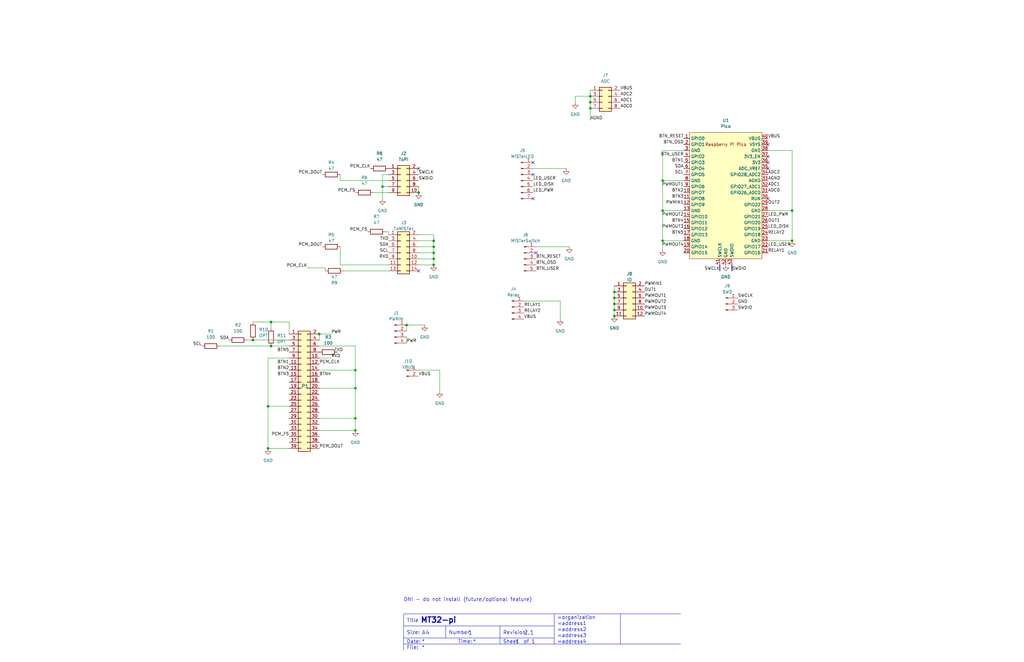
<source format=kicad_sch>
(kicad_sch (version 20230121) (generator eeschema)
  (paper "B")
  (title_block (title "MT32Pi_Main-SchDoc") (date "22 01 2023"))
  (lib_symbols
    (symbol "Connector:Conn_01x02_Pin" (pin_names (offset 1.016) hide)
      (property "Reference" "J" (at 0 2.54 0))
      (property "Value" "Conn_01x02_Pin" (at 0 -5.08 0))
      (symbol "Conn_01x02_Pin_1_1"
        (polyline (pts (xy 1.27 -2.54) (xy 0.8636 -2.54)) (stroke (width 0.1524)))
        (polyline (pts (xy 1.27 0) (xy 0.8636 0)) (stroke (width 0.1524)))
        (rectangle (start 0.8636 -2.413) (end 0 -2.667) (stroke (width 0.1524)) (fill (type outline)))
        (rectangle (start 0.8636 0.127) (end 0 -0.127) (stroke (width 0.1524)) (fill (type outline)))
        (pin passive line (at 5.08 0 180) (length 3.81) (name "Pin_1") (number "1"))
        (pin passive line (at 5.08 -2.54 180) (length 3.81) (name "Pin_2") (number "2"))
      )
    )
    (symbol "Connector:Conn_01x03_Male" (pin_names (offset 1.016) hide)
      (property "Reference" "J" (at 0 5.08 0))
      (property "Value" "Conn_01x03_Male" (at 0 -5.08 0))
      (symbol "Conn_01x03_Male_1_1"
        (polyline (pts (xy 1.27 -2.54) (xy 0.8636 -2.54)) (stroke (width 0.1524)))
        (polyline (pts (xy 1.27 0) (xy 0.8636 0)) (stroke (width 0.1524)))
        (polyline (pts (xy 1.27 2.54) (xy 0.8636 2.54)) (stroke (width 0.1524)))
        (rectangle (start 0.8636 -2.413) (end 0 -2.667) (stroke (width 0.1524)) (fill (type outline)))
        (rectangle (start 0.8636 0.127) (end 0 -0.127) (stroke (width 0.1524)) (fill (type outline)))
        (rectangle (start 0.8636 2.667) (end 0 2.413) (stroke (width 0.1524)) (fill (type outline)))
        (pin passive line (at 5.08 2.54 180) (length 3.81) (name "Pin_1") (number "1"))
        (pin passive line (at 5.08 0 180) (length 3.81) (name "Pin_2") (number "2"))
        (pin passive line (at 5.08 -2.54 180) (length 3.81) (name "Pin_3") (number "3"))
      )
    )
    (symbol "Connector:Conn_01x04_Male" (pin_names (offset 1.016) hide)
      (property "Reference" "J" (at 0 5.08 0))
      (property "Value" "Conn_01x04_Male" (at 0 -7.62 0))
      (symbol "Conn_01x04_Male_1_1"
        (polyline (pts (xy 1.27 -5.08) (xy 0.8636 -5.08)) (stroke (width 0.1524)))
        (polyline (pts (xy 1.27 -2.54) (xy 0.8636 -2.54)) (stroke (width 0.1524)))
        (polyline (pts (xy 1.27 0) (xy 0.8636 0)) (stroke (width 0.1524)))
        (polyline (pts (xy 1.27 2.54) (xy 0.8636 2.54)) (stroke (width 0.1524)))
        (rectangle (start 0.8636 -4.953) (end 0 -5.207) (stroke (width 0.1524)) (fill (type outline)))
        (rectangle (start 0.8636 -2.413) (end 0 -2.667) (stroke (width 0.1524)) (fill (type outline)))
        (rectangle (start 0.8636 0.127) (end 0 -0.127) (stroke (width 0.1524)) (fill (type outline)))
        (rectangle (start 0.8636 2.667) (end 0 2.413) (stroke (width 0.1524)) (fill (type outline)))
        (pin passive line (at 5.08 2.54 180) (length 3.81) (name "Pin_1") (number "1"))
        (pin passive line (at 5.08 0 180) (length 3.81) (name "Pin_2") (number "2"))
        (pin passive line (at 5.08 -2.54 180) (length 3.81) (name "Pin_3") (number "3"))
        (pin passive line (at 5.08 -5.08 180) (length 3.81) (name "Pin_4") (number "4"))
      )
    )
    (symbol "Connector:Conn_01x05_Male" (pin_names (offset 1.016) hide)
      (property "Reference" "J" (at 0 7.62 0))
      (property "Value" "Conn_01x05_Male" (at 0 -7.62 0))
      (symbol "Conn_01x05_Male_1_1"
        (polyline (pts (xy 1.27 -5.08) (xy 0.8636 -5.08)) (stroke (width 0.1524)))
        (polyline (pts (xy 1.27 -2.54) (xy 0.8636 -2.54)) (stroke (width 0.1524)))
        (polyline (pts (xy 1.27 0) (xy 0.8636 0)) (stroke (width 0.1524)))
        (polyline (pts (xy 1.27 2.54) (xy 0.8636 2.54)) (stroke (width 0.1524)))
        (polyline (pts (xy 1.27 5.08) (xy 0.8636 5.08)) (stroke (width 0.1524)))
        (rectangle (start 0.8636 -4.953) (end 0 -5.207) (stroke (width 0.1524)) (fill (type outline)))
        (rectangle (start 0.8636 -2.413) (end 0 -2.667) (stroke (width 0.1524)) (fill (type outline)))
        (rectangle (start 0.8636 0.127) (end 0 -0.127) (stroke (width 0.1524)) (fill (type outline)))
        (rectangle (start 0.8636 2.667) (end 0 2.413) (stroke (width 0.1524)) (fill (type outline)))
        (rectangle (start 0.8636 5.207) (end 0 4.953) (stroke (width 0.1524)) (fill (type outline)))
        (pin passive line (at 5.08 5.08 180) (length 3.81) (name "Pin_1") (number "1"))
        (pin passive line (at 5.08 2.54 180) (length 3.81) (name "Pin_2") (number "2"))
        (pin passive line (at 5.08 0 180) (length 3.81) (name "Pin_3") (number "3"))
        (pin passive line (at 5.08 -2.54 180) (length 3.81) (name "Pin_4") (number "4"))
        (pin passive line (at 5.08 -5.08 180) (length 3.81) (name "Pin_5") (number "5"))
      )
    )
    (symbol "Connector:Conn_01x07_Male" (pin_names (offset 1.016) hide)
      (property "Reference" "J" (at 0 10.16 0))
      (property "Value" "Conn_01x07_Male" (at 0 -10.16 0))
      (symbol "Conn_01x07_Male_1_1"
        (polyline (pts (xy 1.27 -7.62) (xy 0.8636 -7.62)) (stroke (width 0.1524)))
        (polyline (pts (xy 1.27 -5.08) (xy 0.8636 -5.08)) (stroke (width 0.1524)))
        (polyline (pts (xy 1.27 -2.54) (xy 0.8636 -2.54)) (stroke (width 0.1524)))
        (polyline (pts (xy 1.27 0) (xy 0.8636 0)) (stroke (width 0.1524)))
        (polyline (pts (xy 1.27 2.54) (xy 0.8636 2.54)) (stroke (width 0.1524)))
        (polyline (pts (xy 1.27 5.08) (xy 0.8636 5.08)) (stroke (width 0.1524)))
        (polyline (pts (xy 1.27 7.62) (xy 0.8636 7.62)) (stroke (width 0.1524)))
        (rectangle (start 0.8636 -7.493) (end 0 -7.747) (stroke (width 0.1524)) (fill (type outline)))
        (rectangle (start 0.8636 -4.953) (end 0 -5.207) (stroke (width 0.1524)) (fill (type outline)))
        (rectangle (start 0.8636 -2.413) (end 0 -2.667) (stroke (width 0.1524)) (fill (type outline)))
        (rectangle (start 0.8636 0.127) (end 0 -0.127) (stroke (width 0.1524)) (fill (type outline)))
        (rectangle (start 0.8636 2.667) (end 0 2.413) (stroke (width 0.1524)) (fill (type outline)))
        (rectangle (start 0.8636 5.207) (end 0 4.953) (stroke (width 0.1524)) (fill (type outline)))
        (rectangle (start 0.8636 7.747) (end 0 7.493) (stroke (width 0.1524)) (fill (type outline)))
        (pin passive line (at 5.08 7.62 180) (length 3.81) (name "Pin_1") (number "1"))
        (pin passive line (at 5.08 5.08 180) (length 3.81) (name "Pin_2") (number "2"))
        (pin passive line (at 5.08 2.54 180) (length 3.81) (name "Pin_3") (number "3"))
        (pin passive line (at 5.08 0 180) (length 3.81) (name "Pin_4") (number "4"))
        (pin passive line (at 5.08 -2.54 180) (length 3.81) (name "Pin_5") (number "5"))
        (pin passive line (at 5.08 -5.08 180) (length 3.81) (name "Pin_6") (number "6"))
        (pin passive line (at 5.08 -7.62 180) (length 3.81) (name "Pin_7") (number "7"))
      )
    )
    (symbol "Connector_Generic:Conn_02x04_Odd_Even" (pin_names (offset 1.016) hide)
      (property "Reference" "J" (at 1.27 5.08 0))
      (property "Value" "Conn_02x04_Odd_Even" (at 1.27 -7.62 0))
      (symbol "Conn_02x04_Odd_Even_1_1"
        (rectangle (start -1.27 -4.953) (end 0 -5.207) (stroke (width 0.1524)))
        (rectangle (start -1.27 -2.413) (end 0 -2.667) (stroke (width 0.1524)))
        (rectangle (start -1.27 0.127) (end 0 -0.127) (stroke (width 0.1524)))
        (rectangle (start -1.27 2.667) (end 0 2.413) (stroke (width 0.1524)))
        (rectangle (start -1.27 3.81) (end 3.81 -6.35) (stroke (width 0.254)) (fill (type background)))
        (rectangle (start 3.81 -4.953) (end 2.54 -5.207) (stroke (width 0.1524)))
        (rectangle (start 3.81 -2.413) (end 2.54 -2.667) (stroke (width 0.1524)))
        (rectangle (start 3.81 0.127) (end 2.54 -0.127) (stroke (width 0.1524)))
        (rectangle (start 3.81 2.667) (end 2.54 2.413) (stroke (width 0.1524)))
        (pin passive line (at -5.08 2.54 0) (length 3.81) (name "Pin_1") (number "1"))
        (pin passive line (at 7.62 2.54 180) (length 3.81) (name "Pin_2") (number "2"))
        (pin passive line (at -5.08 0 0) (length 3.81) (name "Pin_3") (number "3"))
        (pin passive line (at 7.62 0 180) (length 3.81) (name "Pin_4") (number "4"))
        (pin passive line (at -5.08 -2.54 0) (length 3.81) (name "Pin_5") (number "5"))
        (pin passive line (at 7.62 -2.54 180) (length 3.81) (name "Pin_6") (number "6"))
        (pin passive line (at -5.08 -5.08 0) (length 3.81) (name "Pin_7") (number "7"))
        (pin passive line (at 7.62 -5.08 180) (length 3.81) (name "Pin_8") (number "8"))
      )
    )
    (symbol "Connector_Generic:Conn_02x05_Odd_Even" (pin_names (offset 1.016) hide)
      (property "Reference" "J" (at 1.27 7.62 0))
      (property "Value" "Conn_02x05_Odd_Even" (at 1.27 -7.62 0))
      (symbol "Conn_02x05_Odd_Even_1_1"
        (rectangle (start -1.27 -4.953) (end 0 -5.207) (stroke (width 0.1524)))
        (rectangle (start -1.27 -2.413) (end 0 -2.667) (stroke (width 0.1524)))
        (rectangle (start -1.27 0.127) (end 0 -0.127) (stroke (width 0.1524)))
        (rectangle (start -1.27 2.667) (end 0 2.413) (stroke (width 0.1524)))
        (rectangle (start -1.27 5.207) (end 0 4.953) (stroke (width 0.1524)))
        (rectangle (start -1.27 6.35) (end 3.81 -6.35) (stroke (width 0.254)) (fill (type background)))
        (rectangle (start 3.81 -4.953) (end 2.54 -5.207) (stroke (width 0.1524)))
        (rectangle (start 3.81 -2.413) (end 2.54 -2.667) (stroke (width 0.1524)))
        (rectangle (start 3.81 0.127) (end 2.54 -0.127) (stroke (width 0.1524)))
        (rectangle (start 3.81 2.667) (end 2.54 2.413) (stroke (width 0.1524)))
        (rectangle (start 3.81 5.207) (end 2.54 4.953) (stroke (width 0.1524)))
        (pin passive line (at -5.08 5.08 0) (length 3.81) (name "Pin_1") (number "1"))
        (pin passive line (at 7.62 -5.08 180) (length 3.81) (name "Pin_10") (number "10"))
        (pin passive line (at 7.62 5.08 180) (length 3.81) (name "Pin_2") (number "2"))
        (pin passive line (at -5.08 2.54 0) (length 3.81) (name "Pin_3") (number "3"))
        (pin passive line (at 7.62 2.54 180) (length 3.81) (name "Pin_4") (number "4"))
        (pin passive line (at -5.08 0 0) (length 3.81) (name "Pin_5") (number "5"))
        (pin passive line (at 7.62 0 180) (length 3.81) (name "Pin_6") (number "6"))
        (pin passive line (at -5.08 -2.54 0) (length 3.81) (name "Pin_7") (number "7"))
        (pin passive line (at 7.62 -2.54 180) (length 3.81) (name "Pin_8") (number "8"))
        (pin passive line (at -5.08 -5.08 0) (length 3.81) (name "Pin_9") (number "9"))
      )
    )
    (symbol "Connector_Generic:Conn_02x06_Odd_Even" (pin_names (offset 1.016) hide)
      (property "Reference" "J" (at 1.27 7.62 0))
      (property "Value" "Conn_02x06_Odd_Even" (at 1.27 -10.16 0))
      (symbol "Conn_02x06_Odd_Even_1_1"
        (rectangle (start -1.27 -7.493) (end 0 -7.747) (stroke (width 0.1524)))
        (rectangle (start -1.27 -4.953) (end 0 -5.207) (stroke (width 0.1524)))
        (rectangle (start -1.27 -2.413) (end 0 -2.667) (stroke (width 0.1524)))
        (rectangle (start -1.27 0.127) (end 0 -0.127) (stroke (width 0.1524)))
        (rectangle (start -1.27 2.667) (end 0 2.413) (stroke (width 0.1524)))
        (rectangle (start -1.27 5.207) (end 0 4.953) (stroke (width 0.1524)))
        (rectangle (start -1.27 6.35) (end 3.81 -8.89) (stroke (width 0.254)) (fill (type background)))
        (rectangle (start 3.81 -7.493) (end 2.54 -7.747) (stroke (width 0.1524)))
        (rectangle (start 3.81 -4.953) (end 2.54 -5.207) (stroke (width 0.1524)))
        (rectangle (start 3.81 -2.413) (end 2.54 -2.667) (stroke (width 0.1524)))
        (rectangle (start 3.81 0.127) (end 2.54 -0.127) (stroke (width 0.1524)))
        (rectangle (start 3.81 2.667) (end 2.54 2.413) (stroke (width 0.1524)))
        (rectangle (start 3.81 5.207) (end 2.54 4.953) (stroke (width 0.1524)))
        (pin passive line (at -5.08 5.08 0) (length 3.81) (name "Pin_1") (number "1"))
        (pin passive line (at 7.62 -5.08 180) (length 3.81) (name "Pin_10") (number "10"))
        (pin passive line (at -5.08 -7.62 0) (length 3.81) (name "Pin_11") (number "11"))
        (pin passive line (at 7.62 -7.62 180) (length 3.81) (name "Pin_12") (number "12"))
        (pin passive line (at 7.62 5.08 180) (length 3.81) (name "Pin_2") (number "2"))
        (pin passive line (at -5.08 2.54 0) (length 3.81) (name "Pin_3") (number "3"))
        (pin passive line (at 7.62 2.54 180) (length 3.81) (name "Pin_4") (number "4"))
        (pin passive line (at -5.08 0 0) (length 3.81) (name "Pin_5") (number "5"))
        (pin passive line (at 7.62 0 180) (length 3.81) (name "Pin_6") (number "6"))
        (pin passive line (at -5.08 -2.54 0) (length 3.81) (name "Pin_7") (number "7"))
        (pin passive line (at 7.62 -2.54 180) (length 3.81) (name "Pin_8") (number "8"))
        (pin passive line (at -5.08 -5.08 0) (length 3.81) (name "Pin_9") (number "9"))
      )
    )
    (symbol "Connector_Generic:Conn_02x07_Odd_Even" (pin_names (offset 1.016) hide)
      (property "Reference" "J" (at 1.27 10.16 0))
      (property "Value" "Conn_02x07_Odd_Even" (at 1.27 -10.16 0))
      (symbol "Conn_02x07_Odd_Even_1_1"
        (rectangle (start -1.27 -7.493) (end 0 -7.747) (stroke (width 0.1524)))
        (rectangle (start -1.27 -4.953) (end 0 -5.207) (stroke (width 0.1524)))
        (rectangle (start -1.27 -2.413) (end 0 -2.667) (stroke (width 0.1524)))
        (rectangle (start -1.27 0.127) (end 0 -0.127) (stroke (width 0.1524)))
        (rectangle (start -1.27 2.667) (end 0 2.413) (stroke (width 0.1524)))
        (rectangle (start -1.27 5.207) (end 0 4.953) (stroke (width 0.1524)))
        (rectangle (start -1.27 7.747) (end 0 7.493) (stroke (width 0.1524)))
        (rectangle (start -1.27 8.89) (end 3.81 -8.89) (stroke (width 0.254)) (fill (type background)))
        (rectangle (start 3.81 -7.493) (end 2.54 -7.747) (stroke (width 0.1524)))
        (rectangle (start 3.81 -4.953) (end 2.54 -5.207) (stroke (width 0.1524)))
        (rectangle (start 3.81 -2.413) (end 2.54 -2.667) (stroke (width 0.1524)))
        (rectangle (start 3.81 0.127) (end 2.54 -0.127) (stroke (width 0.1524)))
        (rectangle (start 3.81 2.667) (end 2.54 2.413) (stroke (width 0.1524)))
        (rectangle (start 3.81 5.207) (end 2.54 4.953) (stroke (width 0.1524)))
        (rectangle (start 3.81 7.747) (end 2.54 7.493) (stroke (width 0.1524)))
        (pin passive line (at -5.08 7.62 0) (length 3.81) (name "Pin_1") (number "1"))
        (pin passive line (at 7.62 -2.54 180) (length 3.81) (name "Pin_10") (number "10"))
        (pin passive line (at -5.08 -5.08 0) (length 3.81) (name "Pin_11") (number "11"))
        (pin passive line (at 7.62 -5.08 180) (length 3.81) (name "Pin_12") (number "12"))
        (pin passive line (at -5.08 -7.62 0) (length 3.81) (name "Pin_13") (number "13"))
        (pin passive line (at 7.62 -7.62 180) (length 3.81) (name "Pin_14") (number "14"))
        (pin passive line (at 7.62 7.62 180) (length 3.81) (name "Pin_2") (number "2"))
        (pin passive line (at -5.08 5.08 0) (length 3.81) (name "Pin_3") (number "3"))
        (pin passive line (at 7.62 5.08 180) (length 3.81) (name "Pin_4") (number "4"))
        (pin passive line (at -5.08 2.54 0) (length 3.81) (name "Pin_5") (number "5"))
        (pin passive line (at 7.62 2.54 180) (length 3.81) (name "Pin_6") (number "6"))
        (pin passive line (at -5.08 0 0) (length 3.81) (name "Pin_7") (number "7"))
        (pin passive line (at 7.62 0 180) (length 3.81) (name "Pin_8") (number "8"))
        (pin passive line (at -5.08 -2.54 0) (length 3.81) (name "Pin_9") (number "9"))
      )
    )
    (symbol "Connector_Generic:Conn_02x20_Odd_Even" (pin_names (offset 1.016) hide)
      (property "Reference" "J" (at 1.27 25.4 0))
      (property "Value" "Conn_02x20_Odd_Even" (at 1.27 -27.94 0))
      (symbol "Conn_02x20_Odd_Even_1_1"
        (rectangle (start -1.27 -25.273) (end 0 -25.527) (stroke (width 0.1524)))
        (rectangle (start -1.27 -22.733) (end 0 -22.987) (stroke (width 0.1524)))
        (rectangle (start -1.27 -20.193) (end 0 -20.447) (stroke (width 0.1524)))
        (rectangle (start -1.27 -17.653) (end 0 -17.907) (stroke (width 0.1524)))
        (rectangle (start -1.27 -15.113) (end 0 -15.367) (stroke (width 0.1524)))
        (rectangle (start -1.27 -12.573) (end 0 -12.827) (stroke (width 0.1524)))
        (rectangle (start -1.27 -10.033) (end 0 -10.287) (stroke (width 0.1524)))
        (rectangle (start -1.27 -7.493) (end 0 -7.747) (stroke (width 0.1524)))
        (rectangle (start -1.27 -4.953) (end 0 -5.207) (stroke (width 0.1524)))
        (rectangle (start -1.27 -2.413) (end 0 -2.667) (stroke (width 0.1524)))
        (rectangle (start -1.27 0.127) (end 0 -0.127) (stroke (width 0.1524)))
        (rectangle (start -1.27 2.667) (end 0 2.413) (stroke (width 0.1524)))
        (rectangle (start -1.27 5.207) (end 0 4.953) (stroke (width 0.1524)))
        (rectangle (start -1.27 7.747) (end 0 7.493) (stroke (width 0.1524)))
        (rectangle (start -1.27 10.287) (end 0 10.033) (stroke (width 0.1524)))
        (rectangle (start -1.27 12.827) (end 0 12.573) (stroke (width 0.1524)))
        (rectangle (start -1.27 15.367) (end 0 15.113) (stroke (width 0.1524)))
        (rectangle (start -1.27 17.907) (end 0 17.653) (stroke (width 0.1524)))
        (rectangle (start -1.27 20.447) (end 0 20.193) (stroke (width 0.1524)))
        (rectangle (start -1.27 22.987) (end 0 22.733) (stroke (width 0.1524)))
        (rectangle (start -1.27 24.13) (end 3.81 -26.67) (stroke (width 0.254)) (fill (type background)))
        (rectangle (start 3.81 -25.273) (end 2.54 -25.527) (stroke (width 0.1524)))
        (rectangle (start 3.81 -22.733) (end 2.54 -22.987) (stroke (width 0.1524)))
        (rectangle (start 3.81 -20.193) (end 2.54 -20.447) (stroke (width 0.1524)))
        (rectangle (start 3.81 -17.653) (end 2.54 -17.907) (stroke (width 0.1524)))
        (rectangle (start 3.81 -15.113) (end 2.54 -15.367) (stroke (width 0.1524)))
        (rectangle (start 3.81 -12.573) (end 2.54 -12.827) (stroke (width 0.1524)))
        (rectangle (start 3.81 -10.033) (end 2.54 -10.287) (stroke (width 0.1524)))
        (rectangle (start 3.81 -7.493) (end 2.54 -7.747) (stroke (width 0.1524)))
        (rectangle (start 3.81 -4.953) (end 2.54 -5.207) (stroke (width 0.1524)))
        (rectangle (start 3.81 -2.413) (end 2.54 -2.667) (stroke (width 0.1524)))
        (rectangle (start 3.81 0.127) (end 2.54 -0.127) (stroke (width 0.1524)))
        (rectangle (start 3.81 2.667) (end 2.54 2.413) (stroke (width 0.1524)))
        (rectangle (start 3.81 5.207) (end 2.54 4.953) (stroke (width 0.1524)))
        (rectangle (start 3.81 7.747) (end 2.54 7.493) (stroke (width 0.1524)))
        (rectangle (start 3.81 10.287) (end 2.54 10.033) (stroke (width 0.1524)))
        (rectangle (start 3.81 12.827) (end 2.54 12.573) (stroke (width 0.1524)))
        (rectangle (start 3.81 15.367) (end 2.54 15.113) (stroke (width 0.1524)))
        (rectangle (start 3.81 17.907) (end 2.54 17.653) (stroke (width 0.1524)))
        (rectangle (start 3.81 20.447) (end 2.54 20.193) (stroke (width 0.1524)))
        (rectangle (start 3.81 22.987) (end 2.54 22.733) (stroke (width 0.1524)))
        (pin passive line (at -5.08 22.86 0) (length 3.81) (name "Pin_1") (number "1"))
        (pin passive line (at 7.62 12.7 180) (length 3.81) (name "Pin_10") (number "10"))
        (pin passive line (at -5.08 10.16 0) (length 3.81) (name "Pin_11") (number "11"))
        (pin passive line (at 7.62 10.16 180) (length 3.81) (name "Pin_12") (number "12"))
        (pin passive line (at -5.08 7.62 0) (length 3.81) (name "Pin_13") (number "13"))
        (pin passive line (at 7.62 7.62 180) (length 3.81) (name "Pin_14") (number "14"))
        (pin passive line (at -5.08 5.08 0) (length 3.81) (name "Pin_15") (number "15"))
        (pin passive line (at 7.62 5.08 180) (length 3.81) (name "Pin_16") (number "16"))
        (pin passive line (at -5.08 2.54 0) (length 3.81) (name "Pin_17") (number "17"))
        (pin passive line (at 7.62 2.54 180) (length 3.81) (name "Pin_18") (number "18"))
        (pin passive line (at -5.08 0 0) (length 3.81) (name "Pin_19") (number "19"))
        (pin passive line (at 7.62 22.86 180) (length 3.81) (name "Pin_2") (number "2"))
        (pin passive line (at 7.62 0 180) (length 3.81) (name "Pin_20") (number "20"))
        (pin passive line (at -5.08 -2.54 0) (length 3.81) (name "Pin_21") (number "21"))
        (pin passive line (at 7.62 -2.54 180) (length 3.81) (name "Pin_22") (number "22"))
        (pin passive line (at -5.08 -5.08 0) (length 3.81) (name "Pin_23") (number "23"))
        (pin passive line (at 7.62 -5.08 180) (length 3.81) (name "Pin_24") (number "24"))
        (pin passive line (at -5.08 -7.62 0) (length 3.81) (name "Pin_25") (number "25"))
        (pin passive line (at 7.62 -7.62 180) (length 3.81) (name "Pin_26") (number "26"))
        (pin passive line (at -5.08 -10.16 0) (length 3.81) (name "Pin_27") (number "27"))
        (pin passive line (at 7.62 -10.16 180) (length 3.81) (name "Pin_28") (number "28"))
        (pin passive line (at -5.08 -12.7 0) (length 3.81) (name "Pin_29") (number "29"))
        (pin passive line (at -5.08 20.32 0) (length 3.81) (name "Pin_3") (number "3"))
        (pin passive line (at 7.62 -12.7 180) (length 3.81) (name "Pin_30") (number "30"))
        (pin passive line (at -5.08 -15.24 0) (length 3.81) (name "Pin_31") (number "31"))
        (pin passive line (at 7.62 -15.24 180) (length 3.81) (name "Pin_32") (number "32"))
        (pin passive line (at -5.08 -17.78 0) (length 3.81) (name "Pin_33") (number "33"))
        (pin passive line (at 7.62 -17.78 180) (length 3.81) (name "Pin_34") (number "34"))
        (pin passive line (at -5.08 -20.32 0) (length 3.81) (name "Pin_35") (number "35"))
        (pin passive line (at 7.62 -20.32 180) (length 3.81) (name "Pin_36") (number "36"))
        (pin passive line (at -5.08 -22.86 0) (length 3.81) (name "Pin_37") (number "37"))
        (pin passive line (at 7.62 -22.86 180) (length 3.81) (name "Pin_38") (number "38"))
        (pin passive line (at -5.08 -25.4 0) (length 3.81) (name "Pin_39") (number "39"))
        (pin passive line (at 7.62 20.32 180) (length 3.81) (name "Pin_4") (number "4"))
        (pin passive line (at 7.62 -25.4 180) (length 3.81) (name "Pin_40") (number "40"))
        (pin passive line (at -5.08 17.78 0) (length 3.81) (name "Pin_5") (number "5"))
        (pin passive line (at 7.62 17.78 180) (length 3.81) (name "Pin_6") (number "6"))
        (pin passive line (at -5.08 15.24 0) (length 3.81) (name "Pin_7") (number "7"))
        (pin passive line (at 7.62 15.24 180) (length 3.81) (name "Pin_8") (number "8"))
        (pin passive line (at -5.08 12.7 0) (length 3.81) (name "Pin_9") (number "9"))
      )
    )
    (symbol "Device:R" (pin_numbers hide) (pin_names (offset 0))
      (property "Reference" "R" (at 2.032 0 90))
      (property "Value" "R" (at 0 0 90))
      (symbol "R_0_1"
        (rectangle (start -1.016 -2.54) (end 1.016 2.54) (stroke (width 0.254)))
      )
      (symbol "R_1_1"
        (pin passive line (at 0 3.81 270) (length 1.27) (name "~") (number "1"))
        (pin passive line (at 0 -3.81 90) (length 1.27) (name "~") (number "2"))
      )
    )
    (symbol "MCU_RaspberryPi_and_Boards:Pico"
      (property "Reference" "U" (at -13.97 27.94 0))
      (property "Value" "Pico" (at 0 19.05 0))
      (symbol "Pico_0_0"
        (text "Raspberry Pi Pico" (at 0 21.59 0) (effects (font (size 1.27 1.27))))
      )
      (symbol "Pico_0_1"
        (rectangle (start -15.24 26.67) (end 15.24 -26.67) (fill (type background)))
      )
      (symbol "Pico_1_1"
        (pin bidirectional line (at -17.78 24.13 0) (length 2.54) (name "GPIO0") (number "1"))
        (pin bidirectional line (at -17.78 1.27 0) (length 2.54) (name "GPIO7") (number "10"))
        (pin bidirectional line (at -17.78 -1.27 0) (length 2.54) (name "GPIO8") (number "11"))
        (pin bidirectional line (at -17.78 -3.81 0) (length 2.54) (name "GPIO9") (number "12"))
        (pin power_in line (at -17.78 -6.35 0) (length 2.54) (name "GND") (number "13"))
        (pin bidirectional line (at -17.78 -8.89 0) (length 2.54) (name "GPIO10") (number "14"))
        (pin bidirectional line (at -17.78 -11.43 0) (length 2.54) (name "GPIO11") (number "15"))
        (pin bidirectional line (at -17.78 -13.97 0) (length 2.54) (name "GPIO12") (number "16"))
        (pin bidirectional line (at -17.78 -16.51 0) (length 2.54) (name "GPIO13") (number "17"))
        (pin power_in line (at -17.78 -19.05 0) (length 2.54) (name "GND") (number "18"))
        (pin bidirectional line (at -17.78 -21.59 0) (length 2.54) (name "GPIO14") (number "19"))
        (pin bidirectional line (at -17.78 21.59 0) (length 2.54) (name "GPIO1") (number "2"))
        (pin bidirectional line (at -17.78 -24.13 0) (length 2.54) (name "GPIO15") (number "20"))
        (pin bidirectional line (at 17.78 -24.13 180) (length 2.54) (name "GPIO16") (number "21"))
        (pin bidirectional line (at 17.78 -21.59 180) (length 2.54) (name "GPIO17") (number "22"))
        (pin power_in line (at 17.78 -19.05 180) (length 2.54) (name "GND") (number "23"))
        (pin bidirectional line (at 17.78 -16.51 180) (length 2.54) (name "GPIO18") (number "24"))
        (pin bidirectional line (at 17.78 -13.97 180) (length 2.54) (name "GPIO19") (number "25"))
        (pin bidirectional line (at 17.78 -11.43 180) (length 2.54) (name "GPIO20") (number "26"))
        (pin bidirectional line (at 17.78 -8.89 180) (length 2.54) (name "GPIO21") (number "27"))
        (pin power_in line (at 17.78 -6.35 180) (length 2.54) (name "GND") (number "28"))
        (pin bidirectional line (at 17.78 -3.81 180) (length 2.54) (name "GPIO22") (number "29"))
        (pin power_in line (at -17.78 19.05 0) (length 2.54) (name "GND") (number "3"))
        (pin input line (at 17.78 -1.27 180) (length 2.54) (name "RUN") (number "30"))
        (pin bidirectional line (at 17.78 1.27 180) (length 2.54) (name "GPIO26_ADC0") (number "31"))
        (pin bidirectional line (at 17.78 3.81 180) (length 2.54) (name "GPIO27_ADC1") (number "32"))
        (pin power_in line (at 17.78 6.35 180) (length 2.54) (name "AGND") (number "33"))
        (pin bidirectional line (at 17.78 8.89 180) (length 2.54) (name "GPIO28_ADC2") (number "34"))
        (pin power_in line (at 17.78 11.43 180) (length 2.54) (name "ADC_VREF") (number "35"))
        (pin power_in line (at 17.78 13.97 180) (length 2.54) (name "3V3") (number "36"))
        (pin input line (at 17.78 16.51 180) (length 2.54) (name "3V3_EN") (number "37"))
        (pin bidirectional line (at 17.78 19.05 180) (length 2.54) (name "GND") (number "38"))
        (pin power_in line (at 17.78 21.59 180) (length 2.54) (name "VSYS") (number "39"))
        (pin bidirectional line (at -17.78 16.51 0) (length 2.54) (name "GPIO2") (number "4"))
        (pin power_in line (at 17.78 24.13 180) (length 2.54) (name "VBUS") (number "40"))
        (pin input line (at -2.54 -29.21 90) (length 2.54) (name "SWCLK") (number "41"))
        (pin power_in line (at 0 -29.21 90) (length 2.54) (name "GND") (number "42"))
        (pin bidirectional line (at 2.54 -29.21 90) (length 2.54) (name "SWDIO") (number "43"))
        (pin bidirectional line (at -17.78 13.97 0) (length 2.54) (name "GPIO3") (number "5"))
        (pin bidirectional line (at -17.78 11.43 0) (length 2.54) (name "GPIO4") (number "6"))
        (pin bidirectional line (at -17.78 8.89 0) (length 2.54) (name "GPIO5") (number "7"))
        (pin power_in line (at -17.78 6.35 0) (length 2.54) (name "GND") (number "8"))
        (pin bidirectional line (at -17.78 3.81 0) (length 2.54) (name "GPIO6") (number "9"))
      )
    )
    (symbol "power:GND" (power) (pin_names (offset 0))
      (property "Value" "GND" (at 0 -3.81 0))
      (symbol "GND_0_1"
        (polyline (pts (xy 0 0) (xy 0 -1.27) (xy 1.27 -1.27) (xy 0 -2.54) (xy -1.27 -1.27) (xy 0 -1.27)))
      )
      (symbol "GND_1_1"
        (pin power_in line (at 0 0 270) (length 0) hide (name "GND") (number "1"))
      )
    )
  )
  (junction (at 248.92 45.72))
  (junction (at 106.68 143.51))
  (junction (at 259.08 133.35))
  (junction (at 334.01 101.6))
  (junction (at 149.86 156.21))
  (junction (at 248.92 40.64))
  (junction (at 248.92 43.18))
  (junction (at 149.86 181.61))
  (junction (at 113.03 171.45))
  (junction (at 171.45 137.16))
  (junction (at 134.62 140.97))
  (junction (at 259.08 130.81))
  (junction (at 149.86 176.53))
  (junction (at 259.08 123.19))
  (junction (at 259.08 128.27))
  (junction (at 161.29 78.74))
  (junction (at 176.53 81.28))
  (junction (at 114.3 135.89))
  (junction (at 334.01 88.9))
  (junction (at 279.4 88.9))
  (junction (at 182.88 104.14))
  (junction (at 259.08 125.73))
  (junction (at 182.88 106.68))
  (junction (at 279.4 76.2))
  (junction (at 149.86 163.83))
  (junction (at 279.4 101.6))
  (junction (at 182.88 101.6))
  (junction (at 182.88 111.76))
  (junction (at 113.03 189.23))
  (junction (at 114.3 146.05))
  (junction (at 182.88 109.22))
  (no_connect (at 323.85 60.96))
  (no_connect (at 176.53 71.12))
  (no_connect (at 323.85 83.82))
  (no_connect (at 323.85 71.12))
  (no_connect (at 224.79 73.66))
  (no_connect (at 323.85 68.58))
  (no_connect (at 224.79 68.58))
  (no_connect (at 226.06 106.68))
  (no_connect (at 176.53 114.3))
  (no_connect (at 224.79 83.82))
  (no_connect (at 323.85 66.04))
  (wire (pts (xy 279.4 88.9) (xy 288.29 88.9)))
  (wire (pts (xy 259.08 128.27) (xy 259.08 130.81)))
  (wire (pts (xy 143.51 111.76) (xy 163.83 111.76)))
  (wire (pts (xy 182.88 109.22) (xy 182.88 106.68)))
  (wire (pts (xy 149.86 176.53) (xy 149.86 181.61)))
  (wire (pts (xy 224.79 71.12) (xy 238.76 71.12)))
  (wire (pts (xy 113.03 171.45) (xy 113.03 189.23)))
  (wire (pts (xy 143.51 104.14) (xy 143.51 111.76)))
  (wire (pts (xy 182.88 104.14) (xy 182.88 101.6)))
  (polyline (pts (xy 233.68 271.78) (xy 233.68 259.08)))
  (wire (pts (xy 248.92 43.18) (xy 248.92 45.72)))
  (wire (pts (xy 259.08 120.65) (xy 259.08 123.19)))
  (wire (pts (xy 142.24 148.59) (xy 140.97 148.59)))
  (wire (pts (xy 113.03 171.45) (xy 121.92 171.45)))
  (wire (pts (xy 279.4 105.41) (xy 279.4 101.6)))
  (wire (pts (xy 182.88 99.06) (xy 176.53 99.06)))
  (polyline (pts (xy 187.96 269.24) (xy 187.96 264.16)))
  (polyline (pts (xy 233.68 269.24) (xy 170.18 269.24)))
  (bus (pts (xy 303.53 111.76) (xy 303.53 114.3)))
  (wire (pts (xy 161.29 78.74) (xy 161.29 83.82)))
  (wire (pts (xy 163.83 97.79) (xy 163.83 99.06)))
  (wire (pts (xy 242.57 40.64) (xy 242.57 43.18)))
  (wire (pts (xy 137.16 114.3) (xy 137.16 113.03)))
  (wire (pts (xy 334.01 88.9) (xy 334.01 101.6)))
  (wire (pts (xy 144.78 114.3) (xy 163.83 114.3)))
  (polyline (pts (xy 170.18 271.78) (xy 261.62 271.78)))
  (wire (pts (xy 248.92 38.1) (xy 248.92 40.64)))
  (wire (pts (xy 129.54 113.03) (xy 137.16 113.03)))
  (wire (pts (xy 182.88 106.68) (xy 182.88 104.14)))
  (wire (pts (xy 161.29 73.66) (xy 161.29 78.74)))
  (wire (pts (xy 134.62 146.05) (xy 149.86 146.05)))
  (wire (pts (xy 162.56 97.79) (xy 163.83 97.79)))
  (wire (pts (xy 163.83 73.66) (xy 161.29 73.66)))
  (wire (pts (xy 149.86 181.61) (xy 134.62 181.61)))
  (polyline (pts (xy 261.62 259.08) (xy 287.02 259.08)))
  (wire (pts (xy 149.86 163.83) (xy 134.62 163.83)))
  (wire (pts (xy 149.86 146.05) (xy 149.86 156.21)))
  (polyline (pts (xy 170.18 259.08) (xy 261.62 259.08)))
  (wire (pts (xy 114.3 135.89) (xy 114.3 138.43)))
  (wire (pts (xy 171.45 137.16) (xy 171.45 139.7)))
  (wire (pts (xy 182.88 111.76) (xy 176.53 111.76)))
  (wire (pts (xy 279.4 76.2) (xy 279.4 88.9)))
  (wire (pts (xy 171.45 142.24) (xy 171.45 144.78)))
  (wire (pts (xy 149.86 156.21) (xy 149.86 163.83)))
  (wire (pts (xy 279.4 88.9) (xy 279.4 101.6)))
  (wire (pts (xy 139.7 140.97) (xy 134.62 140.97)))
  (wire (pts (xy 176.53 78.74) (xy 176.53 81.28)))
  (wire (pts (xy 149.86 156.21) (xy 134.62 156.21)))
  (wire (pts (xy 121.92 140.97) (xy 121.92 135.89)))
  (polyline (pts (xy 261.62 271.78) (xy 261.62 259.08)))
  (wire (pts (xy 248.92 45.72) (xy 248.92 50.8)))
  (wire (pts (xy 121.92 189.23) (xy 113.03 189.23)))
  (wire (pts (xy 114.3 135.89) (xy 121.92 135.89)))
  (wire (pts (xy 143.51 73.66) (xy 143.51 76.2)))
  (wire (pts (xy 334.01 63.5) (xy 334.01 88.9)))
  (wire (pts (xy 259.08 123.19) (xy 259.08 125.73)))
  (wire (pts (xy 161.29 78.74) (xy 163.83 78.74)))
  (wire (pts (xy 114.3 146.05) (xy 121.92 146.05)))
  (wire (pts (xy 92.71 146.05) (xy 114.3 146.05)))
  (wire (pts (xy 149.86 163.83) (xy 149.86 176.53)))
  (wire (pts (xy 220.98 127) (xy 236.22 127)))
  (wire (pts (xy 259.08 130.81) (xy 259.08 133.35)))
  (wire (pts (xy 185.42 156.21) (xy 185.42 165.1)))
  (wire (pts (xy 279.4 76.2) (xy 288.29 76.2)))
  (polyline (pts (xy 170.18 274.32) (xy 170.18 259.08)))
  (wire (pts (xy 182.88 106.68) (xy 176.53 106.68)))
  (bus (pts (xy 308.61 111.76) (xy 308.61 114.3)))
  (wire (pts (xy 323.85 63.5) (xy 334.01 63.5)))
  (wire (pts (xy 143.51 76.2) (xy 163.83 76.2)))
  (wire (pts (xy 106.68 143.51) (xy 121.92 143.51)))
  (wire (pts (xy 176.53 156.21) (xy 185.42 156.21)))
  (wire (pts (xy 139.7 151.13) (xy 134.62 151.13)))
  (polyline (pts (xy 233.68 264.16) (xy 170.18 264.16)))
  (wire (pts (xy 106.68 135.89) (xy 114.3 135.89)))
  (wire (pts (xy 323.85 101.6) (xy 334.01 101.6)))
  (wire (pts (xy 157.48 81.28) (xy 163.83 81.28)))
  (wire (pts (xy 288.29 63.5) (xy 279.4 63.5)))
  (polyline (pts (xy 210.82 271.78) (xy 210.82 264.16)))
  (wire (pts (xy 134.62 140.97) (xy 134.62 143.51)))
  (wire (pts (xy 182.88 101.6) (xy 182.88 99.06)))
  (wire (pts (xy 182.88 109.22) (xy 176.53 109.22)))
  (wire (pts (xy 279.4 101.6) (xy 288.29 101.6)))
  (wire (pts (xy 121.92 151.13) (xy 113.03 151.13)))
  (wire (pts (xy 113.03 151.13) (xy 113.03 171.45)))
  (wire (pts (xy 104.14 143.51) (xy 106.68 143.51)))
  (wire (pts (xy 236.22 127) (xy 236.22 134.62)))
  (wire (pts (xy 182.88 101.6) (xy 176.53 101.6)))
  (wire (pts (xy 323.85 88.9) (xy 334.01 88.9)))
  (polyline (pts (xy 287.02 271.78) (xy 261.62 271.78)))
  (wire (pts (xy 182.88 104.14) (xy 176.53 104.14)))
  (wire (pts (xy 171.45 137.16) (xy 179.07 137.16)))
  (wire (pts (xy 248.92 40.64) (xy 248.92 43.18)))
  (wire (pts (xy 182.88 109.22) (xy 182.88 111.76)))
  (wire (pts (xy 242.57 40.64) (xy 248.92 40.64)))
  (wire (pts (xy 259.08 125.73) (xy 259.08 128.27)))
  (wire (pts (xy 226.06 104.14) (xy 240.03 104.14)))
  (wire (pts (xy 279.4 63.5) (xy 279.4 76.2)))
  (wire (pts (xy 149.86 176.53) (xy 134.62 176.53)))
  (text "Title" (at 171.45 262.89 0) (effects (font (size 1.524 1.524)) (justify left bottom)))
  (text "=address3" (at 234.95 269.24 0) (effects (font (size 1.524 1.524)) (justify left bottom)))
  (text "Date:" (at 171.45 271.78 0) (effects (font (size 1.524 1.524)) (justify left bottom)))
  (text "of" (at 220.726 271.78 0) (effects (font (size 1.524 1.524)) (justify left bottom)))
  (text "*" (at 177.8 274.32 0) (effects (font (size 1.524 1.524)) (justify left bottom)))
  (text "=organization" (at 234.95 261.62 0) (effects (font (size 1.524 1.524)) (justify left bottom)))
  (text "Revision:" (at 212.09 267.97 0) (effects (font (size 1.524 1.524)) (justify left bottom)))
  (text "=address1" (at 234.95 264.16 0) (effects (font (size 1.524 1.524)) (justify left bottom)))
  (text "MT32-pi" (at 177.292 263.144 0) (effects (font (size 2.286 2.286) (thickness 0.4572) bold) (justify left bottom)))
  (text "Number:" (at 189.23 267.97 0) (effects (font (size 1.524 1.524)) (justify left bottom)))
  (text "1" (at 197.358 268.224 0) (effects (font (size 1.8288 1.8288)) (justify left bottom)))
  (text "=address2" (at 234.95 266.7 0) (effects (font (size 1.524 1.524)) (justify left bottom)))
  (text "1" (at 217.424 271.78 0) (effects (font (size 1.524 1.524)) (justify left bottom)))
  (text "Time:" (at 193.04 271.78 0) (effects (font (size 1.524 1.524)) (justify left bottom)))
  (text "Sheet" (at 212.09 271.78 0) (effects (font (size 1.524 1.524)) (justify left bottom)))
  (text "File:" (at 171.45 274.32 0) (effects (font (size 1.524 1.524)) (justify left bottom)))
  (text "*" (at 199.39 271.78 0) (effects (font (size 1.524 1.524)) (justify left bottom)))
  (text "=address4" (at 234.95 271.78 0) (effects (font (size 1.524 1.524)) (justify left bottom)))
  (text "A4" (at 177.8 268.224 0) (effects (font (size 1.8288 1.8288)) (justify left bottom)))
  (text "Size:" (at 171.45 267.97 0) (effects (font (size 1.524 1.524)) (justify left bottom)))
  (text "1" (at 224.028 271.78 0) (effects (font (size 1.524 1.524)) (justify left bottom)))
  (text "DNI - do not install (future/optional feature)" (at 170.18 254 0) (effects (font (size 1.524 1.524)) (justify left bottom)))
  (text "*" (at 177.8 271.78 0) (effects (font (size 1.524 1.524)) (justify left bottom)))
  (text "2.1" (at 220.726 268.224 0) (effects (font (size 1.8288 1.8288)) (justify left bottom)))
  (label "OUT1" (at 323.85 93.98 0))
  (label "PWMOUT4" (at 288.29 104.14 180))
  (label "BTN_OSD" (at 226.06 111.76 0))
  (label "BTN3" (at 121.92 158.75 180))
  (label "ADC2" (at 261.62 40.64 0))
  (label "PWMOUT2" (at 271.78 128.27 0))
  (label "BTN_OSD" (at 288.29 60.96 180))
  (label "PCM_DOUT" (at 135.89 73.66 180))
  (label "RELAY2" (at 220.98 132.08 0))
  (label "ADC1" (at 261.62 43.18 0))
  (label "BTN_RESET" (at 226.06 109.22 0))
  (label "VBUS" (at 220.98 134.62 0))
  (label "BTN2" (at 288.29 81.28 180))
  (label "PCM_CLK" (at 134.62 153.67 0))
  (label "RELAY2" (at 323.85 99.06 0))
  (label "PCM_FS" (at 154.94 97.79 180))
  (label "SCL" (at 288.29 73.66 180))
  (label "AGND" (at 248.92 50.8 0))
  (label "BTN1" (at 121.92 153.67 180))
  (label "LED_DISK" (at 224.79 78.74 0))
  (label "PWMOUT3" (at 271.78 130.81 0))
  (label "SDA" (at 163.83 104.14 180))
  (label "BTN4" (at 288.29 93.98 180))
  (label "OUT2" (at 323.85 86.36 0))
  (label "RXD" (at 139.7 151.13 0) (effects (font (size 1.2192 1.2192))))
  (label "RELAY1" (at 323.85 106.68 0))
  (label "PCM_CLK" (at 129.54 113.03 180))
  (label "BTN1" (at 288.29 68.58 180))
  (label "BTN2" (at 121.92 156.21 180))
  (label "VBUS" (at 323.85 58.42 0))
  (label "PCM_DOUT" (at 134.62 189.23 0))
  (label "LED_USER" (at 323.85 104.14 0))
  (label "TXD" (at 163.83 101.6 180))
  (label "BTN_RESET" (at 288.29 58.42 180))
  (label "SWDIO" (at 308.61 114.3 0))
  (label "AGND" (at 323.85 76.2 0))
  (label "RELAY1" (at 220.98 129.54 0))
  (label "SWDIO" (at 311.15 130.81 0))
  (label "VBUS" (at 261.62 38.1 0))
  (label "SWCLK" (at 311.15 125.73 0))
  (label "PCM_FS" (at 121.92 184.15 180))
  (label "PWMOUT4" (at 271.78 133.35 0))
  (label "PWR" (at 139.7 140.97 0) (effects (font (size 1.2192 1.2192))))
  (label "BTN_USER" (at 226.06 114.3 0))
  (label "SDA" (at 96.52 143.51 180))
  (label "TXD" (at 140.97 148.59 0))
  (label "ADC1" (at 323.85 78.74 0))
  (label "SWDIO" (at 176.53 76.2 0))
  (label "PWMOUT1" (at 288.29 78.74 180))
  (label "PCM_CLK" (at 156.21 71.12 180))
  (label "OUT1" (at 271.78 123.19 0))
  (label "SWCLK" (at 176.53 73.66 0))
  (label "PWMIN1" (at 271.78 120.65 0))
  (label "ADC0" (at 323.85 81.28 0))
  (label "PWMOUT1" (at 271.78 125.73 0))
  (label "BTN_USER" (at 288.29 66.04 180))
  (label "SCL" (at 85.09 146.05 180))
  (label "VBUS" (at 176.53 158.75 0))
  (label "GND" (at 311.15 128.27 0))
  (label "PWR" (at 171.45 144.78 0))
  (label "PCM_DOUT" (at 135.89 104.14 180))
  (label "SWCLK" (at 303.53 114.3 180))
  (label "BTN5" (at 288.29 99.06 180))
  (label "LED_USER" (at 224.79 76.2 0))
  (label "SCL" (at 163.83 106.68 180))
  (label "LED_DISK" (at 323.85 96.52 0))
  (label "PWMOUT2" (at 288.29 91.44 180))
  (label "PWMIN1" (at 288.29 86.36 180))
  (label "BTN4" (at 134.62 158.75 0))
  (label "SDA" (at 288.29 71.12 180))
  (label "ADC0" (at 261.62 45.72 0))
  (label "BTN3" (at 288.29 83.82 180))
  (label "PCM_FS" (at 149.86 81.28 180))
  (label "LED_PWR" (at 323.85 91.44 0))
  (label "LED_PWR" (at 224.79 81.28 0))
  (label "PWMOUT3" (at 288.29 96.52 180))
  (label "ADC2" (at 323.85 73.66 0))
  (label "BTN5" (at 121.92 148.59 180))
  (label "RXD" (at 163.83 109.22 180))
  (symbol (lib_id "Connector_Generic:Conn_02x20_Odd_Even") (at 127 163.83 0) (unit 1)
    (property "Reference" "P1" (at 127 163.83 0) (effects (font (size 1.524 1.524)) (justify left bottom)))
    (property "Footprint" "Connector_PinHeader_2.54mm:PinHeader_2x20_P2.54mm_Vertical" (effects hide))
  )
  (symbol (lib_id "Connector:Conn_01x05_Male") (at 220.98 109.22 0) (unit 1)
    (property "Reference" "J6" (at 221.615 99.06 0))
    (property "Value" "MiSTerSwitch" (at 221.615 101.6 0))
    (property "Footprint" "Connector_JST:JST_XH_B5B-XH-A_1x05_P2.50mm_Vertical" (effects hide))
  )
  (symbol (lib_id "Connector_Generic:Conn_02x05_Odd_Even") (at 168.91 76.2 0) (unit 1)
    (property "Reference" "J2" (at 170.18 64.77 0))
    (property "Value" "ToPi" (at 170.18 67.31 0))
    (property "Footprint" "Connector_PinHeader_2.54mm:PinHeader_2x05_P2.54mm_Vertical" (effects hide))
  )
  (symbol (lib_id "power:GND") (at 113.03 189.23 0) (unit 1)
    (property "Reference" "#PWR0113" (effects hide))
    (property "Value" "GND" (at 113.03 194.31 0))
  )
  (symbol (lib_id "Connector_Generic:Conn_02x04_Odd_Even") (at 254 40.64 0) (unit 1)
    (property "Reference" "J7" (at 255.27 31.75 0))
    (property "Value" "ADC" (at 255.27 34.29 0))
    (property "Footprint" "Connector_PinHeader_2.54mm:PinHeader_2x04_P2.54mm_Vertical" (effects hide))
  )
  (symbol (lib_id "power:GND") (at 334.01 101.6 0) (unit 1)
    (property "Reference" "#PWR0101" (effects hide))
    (property "Value" "GND" (at 334.01 106.68 0))
  )
  (symbol (lib_id "power:GND") (at 238.76 71.12 0) (unit 1)
    (property "Reference" "#PWR0109" (effects hide))
    (property "Value" "GND" (at 238.76 76.2 0))
  )
  (symbol (lib_id "Connector_Generic:Conn_02x07_Odd_Even") (at 168.91 106.68 0) (unit 1)
    (property "Reference" "J3" (at 170.18 93.98 0))
    (property "Value" "ToMiSTer" (at 170.18 96.52 0))
    (property "Footprint" "Connector_PinHeader_2.54mm:PinHeader_2x07_P2.54mm_Vertical" (effects hide))
  )
  (symbol (lib_id "Connector:Conn_01x04_Male") (at 215.9 129.54 0) (unit 1)
    (property "Reference" "J4" (at 216.535 121.92 0))
    (property "Value" "Relay" (at 216.535 124.46 0))
    (property "Footprint" "Connector_PinHeader_2.54mm:PinHeader_1x04_P2.54mm_Vertical" (effects hide))
  )
  (symbol (lib_id "power:GND") (at 240.03 104.14 0) (unit 1)
    (property "Reference" "#PWR0110" (effects hide))
    (property "Value" "GND" (at 240.03 109.22 0))
  )
  (symbol (lib_id "power:GND") (at 179.07 137.16 0) (unit 1)
    (property "Reference" "#PWR0103" (effects hide))
    (property "Value" "GND" (at 179.07 142.24 0))
  )
  (symbol (lib_id "power:GND") (at 242.57 43.18 0) (unit 1)
    (property "Reference" "#PWR0106" (effects hide))
    (property "Value" "GND" (at 242.57 48.26 0))
  )
  (symbol (lib_id "power:GND") (at 236.22 134.62 0) (unit 1)
    (property "Reference" "#PWR0105" (effects hide))
    (property "Value" "GND" (at 236.22 139.7 0))
  )
  (symbol (lib_id "power:GND") (at 182.88 111.76 0) (unit 1)
    (property "Reference" "#PWR0104" (effects hide))
    (property "Value" "GND" (at 182.88 116.84 0))
  )
  (symbol (lib_id "Connector:Conn_01x07_Male") (at 219.71 76.2 0) (unit 1)
    (property "Reference" "J5" (at 220.345 63.5 0))
    (property "Value" "MiSTerLED" (at 220.345 66.04 0))
    (property "Footprint" "Connector_JST:JST_XH_B7B-XH-A_1x07_P2.50mm_Vertical" (effects hide))
  )
  (symbol (lib_id "power:GND") (at 176.53 81.28 0) (unit 1)
    (property "Reference" "#PWR0108" (effects hide))
    (property "Value" "GND" (at 176.53 86.36 0))
  )
  (symbol (lib_id "Device:R") (at 153.67 81.28 90) (unit 1)
    (property "Reference" "R6" (at 153.67 74.93 90))
    (property "Value" "47" (at 153.67 77.47 90))
    (property "Footprint" "Resistor_SMD:R_0805_2012Metric" (effects hide))
  )
  (symbol (lib_id "power:GND") (at 306.07 111.76 0) (unit 1)
    (property "Reference" "#PWR0114" (effects hide))
    (property "Value" "GND" (at 306.07 116.84 0))
  )
  (symbol (lib_id "power:GND") (at 279.4 105.41 0) (unit 1)
    (property "Reference" "#PWR0111" (effects hide))
    (property "Value" "GND" (at 279.4 110.49 0))
  )
  (symbol (lib_id "Connector:Conn_01x02_Pin") (at 171.45 156.21 0) (unit 1)
    (property "Reference" "J10" (at 172.085 152.4 0))
    (property "Value" "VBUS" (at 172.085 154.94 0))
    (property "Footprint" "Connector_PinHeader_2.54mm:PinHeader_1x02_P2.54mm_Vertical" (effects hide))
  )
  (symbol (lib_id "Connector_Generic:Conn_02x06_Odd_Even") (at 264.16 125.73 0) (unit 1)
    (property "Reference" "J8" (at 265.43 115.57 0))
    (property "Value" "IO" (at 265.43 118.11 0))
    (property "Footprint" "Connector_PinHeader_2.54mm:PinHeader_2x06_P2.54mm_Vertical" (effects hide))
  )
  (symbol (lib_id "Device:R") (at 139.7 104.14 90) (unit 1)
    (property "Reference" "R5" (at 139.7 99.06 90))
    (property "Value" "47" (at 139.7 101.6 90))
    (property "Footprint" "Resistor_SMD:R_0805_2012Metric" (effects hide))
  )
  (symbol (lib_id "Device:R") (at 88.9 146.05 90) (unit 1)
    (property "Reference" "R1" (at 88.9 139.7 90))
    (property "Value" "100" (at 88.9 142.24 90))
    (property "Footprint" "Resistor_SMD:R_0805_2012Metric" (effects hide))
  )
  (symbol (lib_id "Device:R") (at 106.68 139.7 0) (unit 1)
    (property "Reference" "R10" (at 109.22 139.065 0) (effects (justify left)))
    (property "Value" "OPT" (at 109.22 141.605 0) (effects (justify left)))
    (property "Footprint" "Resistor_SMD:R_0805_2012Metric" (effects hide))
  )
  (symbol (lib_id "MCU_RaspberryPi_and_Boards:Pico") (at 306.07 82.55 0) (unit 1)
    (property "Reference" "U1" (at 306.07 50.8 0))
    (property "Value" "Pico" (at 306.07 53.34 0))
    (property "Footprint" "MCU_RaspberryPi_and_Boards:RPi_Pico_SMD_TH" (effects hide))
  )
  (symbol (lib_id "Device:R") (at 138.43 148.59 90) (unit 1)
    (property "Reference" "R3" (at 138.43 142.24 90))
    (property "Value" "100" (at 138.43 144.78 90))
    (property "Footprint" "Resistor_SMD:R_0805_2012Metric" (effects hide))
  )
  (symbol (lib_id "Device:R") (at 100.33 143.51 90) (unit 1)
    (property "Reference" "R2" (at 100.33 137.16 90))
    (property "Value" "100" (at 100.33 139.7 90))
    (property "Footprint" "Resistor_SMD:R_0805_2012Metric" (effects hide))
  )
  (symbol (lib_id "Device:R") (at 139.7 73.66 90) (unit 1)
    (property "Reference" "R4" (at 139.7 68.58 90))
    (property "Value" "47" (at 139.7 71.12 90))
    (property "Footprint" "Resistor_SMD:R_0805_2012Metric" (effects hide))
  )
  (symbol (lib_id "power:GND") (at 161.29 83.82 0) (unit 1)
    (property "Reference" "#PWR0107" (effects hide))
    (property "Value" "GND" (at 161.29 88.9 0))
  )
  (symbol (lib_id "Device:R") (at 114.3 142.24 0) (unit 1)
    (property "Reference" "R11" (at 116.84 141.605 0) (effects (justify left)))
    (property "Value" "OPT" (at 116.84 144.145 0) (effects (justify left)))
    (property "Footprint" "Resistor_SMD:R_0805_2012Metric" (effects hide))
  )
  (symbol (lib_id "power:GND") (at 185.42 165.1 0) (unit 1)
    (property "Reference" "#PWR01" (effects hide))
    (property "Value" "GND" (at 185.42 170.18 0))
  )
  (symbol (lib_id "Connector:Conn_01x04_Male") (at 166.37 139.7 0) (unit 1)
    (property "Reference" "J1" (at 167.005 132.08 0))
    (property "Value" "PWRIN" (at 167.005 134.62 0))
    (property "Footprint" "Connector_PinHeader_2.54mm:PinHeader_1x04_P2.54mm_Vertical" (effects hide))
  )
  (symbol (lib_id "power:GND") (at 149.86 181.61 0) (unit 1)
    (property "Reference" "#PWR0102" (effects hide))
    (property "Value" "GND" (at 149.86 186.69 0))
  )
  (symbol (lib_id "power:GND") (at 259.08 133.35 0) (unit 1)
    (property "Reference" "#PWR0112" (effects hide))
    (property "Value" "GND" (at 259.08 138.43 0))
  )
  (symbol (lib_id "Device:R") (at 158.75 97.79 90) (unit 1)
    (property "Reference" "R7" (at 158.75 91.44 90))
    (property "Value" "47" (at 158.75 93.98 90))
    (property "Footprint" "Resistor_SMD:R_0805_2012Metric" (effects hide))
  )
  (symbol (lib_id "Device:R") (at 160.02 71.12 90) (unit 1)
    (property "Reference" "R8" (at 160.02 64.77 90))
    (property "Value" "47" (at 160.02 67.31 90))
    (property "Footprint" "Resistor_SMD:R_0805_2012Metric" (effects hide))
  )
  (symbol (lib_id "Connector:Conn_01x03_Male") (at 306.07 128.27 0) (unit 1)
    (property "Reference" "J9" (at 306.705 120.65 0))
    (property "Value" "SWD" (at 306.705 123.19 0))
    (property "Footprint" "Connector_PinHeader_2.54mm:PinHeader_1x03_P2.54mm_Vertical" (effects hide))
  )
  (symbol (lib_id "Device:R") (at 140.97 114.3 90) (mirror x) (unit 1)
    (property "Reference" "R9" (at 140.97 119.38 90))
    (property "Value" "47" (at 140.97 116.84 90))
    (property "Footprint" "Resistor_SMD:R_0805_2012Metric" (effects hide))
  )
)
</source>
